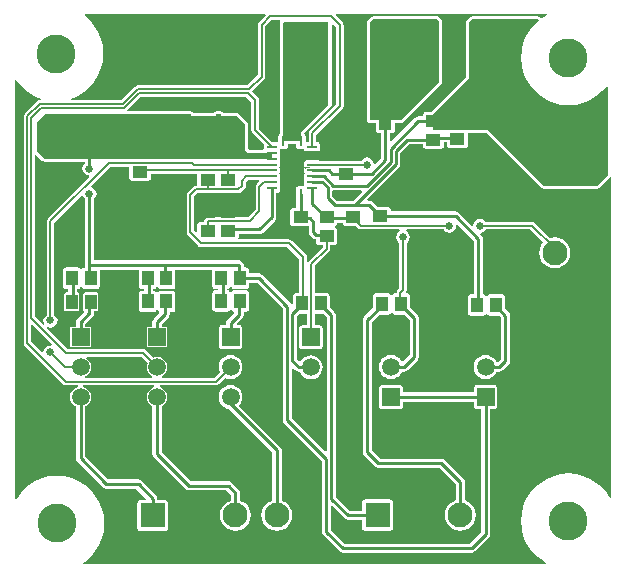
<source format=gtl>
G04 FAB 3000 Version 7.8.18 - Gerber/CAM Software*
G04 RS274-X Output*
%FSLAX44Y44*%
%MIA0B0*%
%MOMM*%
%SFA1.000000B1.000000*%

%IPPOS*%
%ADD10R,1.300000X1.000000*%
%ADD11R,1.000000X1.300000*%
%ADD12R,1.100000X1.700000*%
%ADD13R,1.200000X2.599990*%
%ADD14R,1.700000X1.100000*%
%ADD15R,2.050010X3.049980*%
%ADD16R,0.280010X0.850010*%
%ADD17R,0.850010X0.280010*%
%ADD18R,1.949980X3.199990*%
%ADD19C,0.254000*%
%ADD20C,0.127000*%
%ADD21C,3.299990*%
%ADD22C,2.100000*%
%ADD23R,2.100000X2.100000*%
%ADD24R,2.100000X2.100000*%
%ADD25R,1.500000X1.500000*%
%ADD26C,1.500000*%
%ADD27C,0.660400*%
%ADD28C,0.025400*%
%ADD30C,0.152400*%
%ADD31C,0.076200*%
%ADD32C,6.999990*%
%ADD33C,0.100000*%
%ADD34C,0.050800*%
%ADD35C,0.067690*%
%LNcartercharger_0*%
%LPD*%
G36*
X307847Y1008633D02*
G01X308101Y1007617D01*
X308609Y1006855D01*
X309371Y1006347D01*
X310387Y1006093D01*
X323341D01*
X324357Y1006347D01*
X325119Y1006855D01*
X325881Y1007617D01*
Y1008633D01*
Y1011427D01*
X355599D01*
X365251D01*
Y1001775D01*
X363981D01*
X362711Y1001521D01*
X361695Y1001013D01*
X357377Y996441D01*
X356615Y995425D01*
X356361Y994155D01*
Y962151D01*
X356615Y960881D01*
X357377Y959865D01*
X366267Y950721D01*
X367283Y950213D01*
X368553Y949959D01*
X441705D01*
X451611Y940053D01*
Y911097D01*
X448817D01*
X447801D01*
X447039Y910335D01*
X446531Y909573D01*
X446277Y908557D01*
Y901953D01*
X445007Y901445D01*
X444499Y902207D01*
X420369Y926337D01*
X419099Y927099D01*
X417575Y927607D01*
X409447D01*
Y930147D01*
X409193Y931163D01*
X408685Y931925D01*
X407923Y932433D01*
X406907Y932687D01*
X404875D01*
Y934719D01*
X404367Y935989D01*
X403605Y937259D01*
X402335Y938275D01*
X400811Y938529D01*
X278129D01*
Y990345D01*
X278383Y990599D01*
X279653Y992631D01*
X280161Y994917D01*
X279653Y997203D01*
X278383Y998981D01*
X276351Y1000251D01*
X276097Y1000505D01*
X275843Y1001775D01*
X291845Y1017777D01*
X307847D01*
Y1008633D01*
G37*
G36*
X570229Y1140967D02*
G01X569721Y1140459D01*
Y1088897D01*
X537971Y1057147D01*
X528827D01*
X528573Y1058671D01*
X527557Y1059941D01*
X526287Y1060703D01*
X524763Y1060957D01*
X523493Y1060703D01*
X522223Y1059941D01*
X521207Y1058671D01*
X520953Y1057147D01*
X511555D01*
Y1139443D01*
X511301Y1139697D01*
X514095Y1142491D01*
X568705D01*
X570229Y1140967D01*
G37*
G36*
X234187Y1022857D02*
G01X235203Y1022349D01*
X236219Y1022095D01*
X270255D01*
Y1020825D01*
X270001Y1020571D01*
X268731Y1018539D01*
X268223Y1016253D01*
X268731Y1013967D01*
X270001Y1012189D01*
X271779Y1010919D01*
X273557Y1010411D01*
X274065Y1009141D01*
X238759Y973835D01*
X238251Y972819D01*
X237997Y971549D01*
Y892555D01*
X236981Y891793D01*
X235711Y890015D01*
X235203Y887729D01*
X235711Y885443D01*
Y884935D01*
X234695Y884173D01*
X227837Y891285D01*
Y1027683D01*
X229107Y1027937D01*
X234187Y1022857D01*
G37*
G36*
X435863Y1140713D02*
G01X435609Y1139697D01*
Y1045971D01*
X434847Y1045463D01*
X434339Y1044701D01*
X434085Y1043685D01*
Y1039621D01*
X432815Y1038605D01*
X432561D01*
X429005D01*
X417575Y1050035D01*
Y1074165D01*
X417321Y1075435D01*
X416559Y1076451D01*
X411733Y1081277D01*
X422147Y1091691D01*
X422909Y1092707D01*
X423163Y1093977D01*
Y1136649D01*
X428497Y1141983D01*
X435101D01*
X435863Y1140713D01*
G37*
G36*
X242315Y867663D02*
G01X241553Y866393D01*
X241045Y866647D01*
X238759Y866139D01*
X236981Y864869D01*
X235711Y862837D01*
X235203Y861059D01*
X233933Y860551D01*
X224789Y869695D01*
Y883411D01*
X226059Y883919D01*
X242315Y867663D01*
G37*
G36*
X323341Y851661D02*
G01X322833Y850645D01*
X322579Y848359D01*
X322833Y845819D01*
X323595Y843787D01*
X325119Y842009D01*
X326897Y840485D01*
X327405D01*
X327151Y839215D01*
X270763D01*
X270509Y840485D01*
X271017D01*
X272795Y842009D01*
X274319Y843787D01*
X275081Y845819D01*
X275335Y848359D01*
X275081Y850645D01*
X274319Y852677D01*
X272795Y854455D01*
X271271Y855725D01*
X271779Y856995D01*
X318007D01*
X323341Y851661D01*
G37*
G36*
X504951Y996695D02*
G01X497331Y989075D01*
X483361D01*
X479551Y992885D01*
Y997457D01*
X480313Y997965D01*
X504443D01*
X504951Y996695D01*
G37*
G36*
X654557Y1141221D02*
G01X651255Y1138427D01*
X647191Y1133855D01*
X643889Y1128267D01*
X641603Y1122425D01*
X640079Y1116329D01*
X639571Y1110233D01*
X640079Y1103883D01*
X641603Y1097787D01*
X643889Y1091945D01*
X647191Y1086611D01*
X651255Y1081785D01*
X656081Y1077467D01*
X661415Y1074419D01*
X667257Y1071879D01*
X673607Y1070355D01*
X679703Y1069847D01*
X686053Y1070355D01*
X692149Y1071879D01*
X697991Y1074419D01*
X703325Y1077467D01*
X708151Y1081785D01*
X711707Y1085595D01*
X712977Y1085087D01*
Y1010919D01*
X703833Y1001775D01*
X658621D01*
X611631Y1048765D01*
X592581D01*
X592073Y1049019D01*
X579119D01*
X578611Y1048765D01*
X565657D01*
X565403Y1049019D01*
Y1052829D01*
X566927Y1053083D01*
X568197Y1053845D01*
X568959Y1055115D01*
X569213Y1056639D01*
X568959Y1058163D01*
X568197Y1059433D01*
X566927Y1060195D01*
X565403Y1060449D01*
Y1062735D01*
X595629Y1092961D01*
Y1140205D01*
X597915Y1142491D01*
X654049D01*
X654557Y1141221D01*
G37*
G36*
X474979Y890523D02*
G01Y777239D01*
X473709Y776731D01*
X445769Y804925D01*
Y846581D01*
X446785Y847089D01*
X448563Y845565D01*
X449833Y844549D01*
X451357Y844295D01*
X452119D01*
X452881Y842771D01*
X454405Y840739D01*
X456437Y839215D01*
X458977Y838199D01*
X461517Y837691D01*
X464311Y838199D01*
X466597Y839215D01*
X468883Y840739D01*
X470407Y842771D01*
X471423Y845311D01*
X471677Y847851D01*
X471423Y850391D01*
X470407Y852931D01*
X468883Y854963D01*
X466597Y856741D01*
X464311Y857757D01*
X461517Y858011D01*
X458977Y857757D01*
X456437Y856741D01*
X454405Y854963D01*
X453389Y853439D01*
X451611Y853185D01*
X450087Y854963D01*
Y891793D01*
X451357Y893063D01*
X458469D01*
Y883411D01*
X454151D01*
X453135Y883157D01*
X452373Y882649D01*
X451611Y881887D01*
Y880871D01*
Y865885D01*
Y864869D01*
X452373Y863853D01*
X453135Y863345D01*
X454151Y863091D01*
X469137D01*
X470153Y863345D01*
X470915Y863853D01*
X471423Y864869D01*
X471677Y865885D01*
Y880871D01*
X471423Y881887D01*
X470915Y882649D01*
X470153Y883157D01*
X469137Y883411D01*
X464819D01*
Y893063D01*
X472439D01*
X474979Y890523D01*
G37*
G36*
X213359Y1089913D02*
G01X217423Y1085087D01*
X222249Y1081023D01*
X227583Y1077721D01*
X233425Y1075435D01*
X233171Y1074165D01*
X232155D01*
X230885Y1073911D01*
X229869Y1073149D01*
X219201Y1062735D01*
X218693Y1061719D01*
X218439Y1060449D01*
Y868425D01*
X218693Y867155D01*
X219201Y866139D01*
X251713Y833627D01*
X252983Y832865D01*
X253999Y832611D01*
X264159D01*
Y831341D01*
X262127Y830579D01*
X260349Y829055D01*
X258825Y827277D01*
X258063Y825245D01*
X257809Y822959D01*
X258063Y820419D01*
X258825Y818387D01*
X260349Y816609D01*
X262127Y815085D01*
X262635Y814831D01*
Y770889D01*
X262889Y769365D01*
X263905Y768095D01*
X285749Y746251D01*
X286765Y745489D01*
X288289Y745235D01*
X313943D01*
X322325Y736853D01*
X321817Y735837D01*
X317499D01*
X316483Y735583D01*
X315467Y735075D01*
X314959Y734059D01*
X314705Y733043D01*
Y712215D01*
X314959Y711199D01*
X315467Y710183D01*
X316483Y709675D01*
X317499Y709421D01*
X338327D01*
X339343Y709675D01*
X340105Y710183D01*
X340867Y711199D01*
Y712215D01*
Y733043D01*
Y734059D01*
X340105Y735075D01*
X339343Y735583D01*
X338327Y735837D01*
X331723D01*
Y736853D01*
X331469Y738377D01*
X330707Y739647D01*
X318261Y751839D01*
X316991Y752601D01*
X315721Y753109D01*
X290067D01*
X270509Y772413D01*
Y814831D01*
X271017Y815085D01*
X272795Y816609D01*
X274319Y818387D01*
X275081Y820419D01*
X275335Y822959D01*
X275081Y825245D01*
X274319Y827277D01*
X272795Y829055D01*
X271017Y830579D01*
X268985Y831341D01*
Y832611D01*
X328929D01*
Y831341D01*
X326897Y830579D01*
X325119Y829055D01*
X323595Y827277D01*
X322833Y825245D01*
X322579Y822959D01*
X322833Y820419D01*
X323595Y818387D01*
X325119Y816609D01*
X326897Y815085D01*
X327405Y814831D01*
Y774699D01*
X327659Y773175D01*
X328675Y771905D01*
X355599Y744981D01*
X356869Y743965D01*
X358393Y743711D01*
X390143D01*
X393953Y739901D01*
Y735075D01*
X391413Y734059D01*
X388619Y732027D01*
X386587Y729233D01*
X385063Y725931D01*
X384809Y722629D01*
X385063Y719327D01*
X386587Y716025D01*
X388619Y713231D01*
X391413Y711199D01*
X394461Y709929D01*
X397763Y709421D01*
X401319Y709929D01*
X404367Y711199D01*
X407161Y713231D01*
X409193Y716025D01*
X410463Y719327D01*
X410971Y722629D01*
X410463Y725931D01*
X409193Y729233D01*
X407161Y732027D01*
X404367Y734059D01*
X401827Y735075D01*
Y741679D01*
X401573Y743203D01*
X400557Y744473D01*
X394715Y750315D01*
X393445Y751331D01*
X391921Y751585D01*
X359917D01*
X335279Y776223D01*
Y814831D01*
X335787Y815085D01*
X337565Y816609D01*
X339089Y818387D01*
X339851Y820419D01*
X340105Y822959D01*
X339851Y825245D01*
X339089Y827277D01*
X337565Y829055D01*
X335787Y830579D01*
X333755Y831341D01*
Y832611D01*
X381253D01*
X382523Y832865D01*
X383539Y833627D01*
X389127Y839215D01*
X390905Y838453D01*
X393699Y838199D01*
X396239Y838453D01*
X398525Y839469D01*
X400811Y840993D01*
X402335Y843279D01*
X403351Y845565D01*
X403605Y848359D01*
X403351Y850899D01*
X402335Y853185D01*
X400811Y855471D01*
X398525Y856995D01*
X396239Y858011D01*
X393699Y858265D01*
X390905Y858011D01*
X388619Y856995D01*
X386333Y855471D01*
X384809Y853185D01*
X383793Y850899D01*
X383539Y848359D01*
X383793Y845565D01*
X384555Y843787D01*
X379983Y839215D01*
X335533D01*
X335279Y840485D01*
X335787D01*
X337565Y842009D01*
X339089Y843787D01*
X339851Y845819D01*
X340105Y848359D01*
X339851Y850645D01*
X339089Y852677D01*
X337565Y854455D01*
X335787Y855979D01*
X333755Y856741D01*
X331469Y856995D01*
X328929Y856741D01*
X327913Y856233D01*
X321817Y862329D01*
X320801Y863091D01*
X319531Y863345D01*
X255777D01*
X237743Y881379D01*
X238505Y882395D01*
X238759Y882141D01*
X241045Y881633D01*
X243331Y882141D01*
X245363Y883411D01*
X246633Y885443D01*
X247141Y887729D01*
X246633Y890015D01*
X245363Y891793D01*
X244347Y892555D01*
Y970279D01*
X267461Y993139D01*
X268477Y992885D01*
X268731Y992631D01*
X270001Y990599D01*
X270255Y990345D01*
Y934465D01*
Y932687D01*
X270001D01*
X269239Y932433D01*
X268223Y931925D01*
X267715Y931163D01*
X267207D01*
X266445D01*
X265937Y931925D01*
X265175Y932433D01*
X264159Y932687D01*
X253999D01*
X253237Y932433D01*
X252221Y931925D01*
X251713Y931163D01*
X251459Y930147D01*
Y917193D01*
X251713Y916177D01*
X252221Y915415D01*
X253237Y914653D01*
X253999D01*
X256285D01*
Y911351D01*
X253999D01*
X253237Y910843D01*
X252729Y909827D01*
Y896873D01*
X253237Y895857D01*
X253999Y895603D01*
X264159D01*
X265175Y895857D01*
X265429Y896873D01*
Y909827D01*
X265175Y910843D01*
X264159Y911351D01*
X263905D01*
Y914653D01*
X264159D01*
X265175D01*
X265937Y915415D01*
X266445Y915923D01*
X267207Y916177D01*
X267715Y915923D01*
X268223Y915415D01*
X269239Y914653D01*
X270001D01*
X280161D01*
X281177D01*
X281939Y915415D01*
X282447Y916177D01*
X282701Y917193D01*
Y930147D01*
X283209Y930655D01*
X315213D01*
X315721Y930147D01*
Y917193D01*
X315975Y916177D01*
X316483Y915415D01*
X317499Y914653D01*
X318261D01*
X320547D01*
Y912875D01*
X318261D01*
X317499D01*
X316483Y912113D01*
X315975Y911351D01*
X315721Y910335D01*
Y897381D01*
X315975Y896365D01*
X316483Y895603D01*
X317499Y895095D01*
X318261Y894841D01*
X328421D01*
X329437Y895095D01*
X330199Y895603D01*
X330707Y896365D01*
X331469D01*
X331977D01*
X332485Y895603D01*
X332993Y895349D01*
X333247Y893825D01*
X328675Y888999D01*
X327659Y887729D01*
X327405Y886459D01*
Y882395D01*
X323849D01*
X322833Y882141D01*
X322579Y881125D01*
Y866139D01*
X322833Y865123D01*
X323849Y864869D01*
X338835D01*
X339851Y865123D01*
X340105Y866139D01*
Y881125D01*
X339851Y882141D01*
X338835Y882395D01*
X335279D01*
Y884681D01*
X341121Y890523D01*
X341883Y891793D01*
X342137Y893317D01*
Y894841D01*
X344423D01*
X345439Y895095D01*
X346201Y895603D01*
X346709Y896365D01*
X346963Y897381D01*
Y910335D01*
X346709Y911351D01*
X346201Y912113D01*
X345439Y912875D01*
X344423D01*
X334263D01*
X333501D01*
X332485Y912113D01*
X331977Y911351D01*
X331469D01*
X330707D01*
X330199Y912113D01*
X329437Y912875D01*
X328421D01*
X328167D01*
Y914653D01*
X328421D01*
X329437D01*
X330199Y915415D01*
X330707Y915923D01*
X331469Y916177D01*
X331977Y915923D01*
X332485Y915415D01*
X333501Y914653D01*
X334263D01*
X344423D01*
X345439D01*
X346201Y915415D01*
X346709Y916177D01*
X346963Y917193D01*
Y930147D01*
X347471Y930655D01*
X377697D01*
X378205Y930147D01*
Y917193D01*
X378459Y916177D01*
X378967Y915415D01*
X379983Y914653D01*
X380999D01*
X383031D01*
Y913129D01*
X380999D01*
X379983D01*
X378967Y912367D01*
X378459Y911605D01*
X378205Y910589D01*
Y897635D01*
X378459Y896619D01*
X378967Y895857D01*
X379983Y895349D01*
X380999Y895095D01*
X390905D01*
X391921Y895349D01*
X392683Y895857D01*
X393191Y896619D01*
X393953D01*
X394461D01*
X394969Y895857D01*
X395985Y895349D01*
X396493Y895095D01*
X396747Y894079D01*
Y893825D01*
X390905Y887729D01*
X389889Y886459D01*
X389635Y885189D01*
Y883665D01*
X386079D01*
X385063Y883411D01*
X384301Y882903D01*
X383793Y882141D01*
X383539Y881125D01*
Y866139D01*
X383793Y865123D01*
X384301Y864361D01*
X385063Y863853D01*
X386079Y863599D01*
X401065D01*
X402081Y863853D01*
X402843Y864361D01*
X403351Y865123D01*
X403605Y866139D01*
Y881125D01*
X403351Y882141D01*
X402843Y882903D01*
X402081Y883411D01*
X401065Y883665D01*
X399287D01*
X398779Y884935D01*
X403605Y889507D01*
X404367Y890777D01*
X404875Y892301D01*
Y895095D01*
X406907D01*
X407923Y895349D01*
X408685Y895857D01*
X409193Y896619D01*
X409447Y897635D01*
Y910589D01*
X409193Y911605D01*
X408685Y912367D01*
X407923Y913129D01*
X406907D01*
X396747D01*
X395985D01*
X394969Y912367D01*
X394461Y911605D01*
X393953D01*
X393191D01*
X392683Y912367D01*
X391921Y913129D01*
X390905D01*
X390651D01*
Y914653D01*
X390905D01*
X391921D01*
X392683Y915415D01*
X393191Y915923D01*
X393953Y916177D01*
X394461Y915923D01*
X394969Y915415D01*
X395985Y914653D01*
X396747D01*
X406907D01*
X407923D01*
X408685Y915415D01*
X409193Y916177D01*
X409447Y917193D01*
Y919733D01*
X416051D01*
X437895Y897889D01*
Y803147D01*
X438149Y801623D01*
X439165Y800353D01*
X470661Y768857D01*
Y708913D01*
X470915Y707389D01*
X471931Y706119D01*
X485901Y692149D01*
X487171Y691387D01*
X488695Y690879D01*
X597661D01*
X599185Y691387D01*
X600455Y692149D01*
X612139Y704087D01*
X613155Y705357D01*
X613409Y706627D01*
Y812799D01*
X616965D01*
X617981Y813053D01*
X618743Y813561D01*
X619251Y814323D01*
X619505Y815339D01*
Y830325D01*
X619251Y831341D01*
X618743Y832103D01*
X617981Y832611D01*
X616965Y832865D01*
X601979D01*
X600963Y832611D01*
X600201Y832103D01*
X599693Y831341D01*
X599439Y830325D01*
Y826769D01*
X539495D01*
Y830325D01*
X539241Y831341D01*
X538733Y832103D01*
X537971Y832611D01*
X536955Y832865D01*
X521969D01*
X520953Y832611D01*
X520191Y832103D01*
X519683Y831341D01*
X519429Y830325D01*
Y815339D01*
X519683Y814323D01*
X520191Y813561D01*
X520953Y813053D01*
X521969Y812799D01*
X536955D01*
X537971Y813053D01*
X538733Y813561D01*
X539241Y814323D01*
X539495Y815339D01*
Y818895D01*
X599439D01*
Y815339D01*
X599693Y814323D01*
X600201Y813561D01*
X600963Y813053D01*
X601979Y812799D01*
X605535D01*
Y708405D01*
X596137Y698753D01*
X490219D01*
X478535Y710437D01*
Y730249D01*
X479551Y730757D01*
X490219Y720089D01*
X491489Y719327D01*
X492759Y719073D01*
X504951D01*
Y712469D01*
X505205Y711453D01*
X505713Y710437D01*
X506729Y709929D01*
X507745Y709675D01*
X528573D01*
X529589Y709929D01*
X530351Y710437D01*
X531113Y711453D01*
Y712469D01*
Y733297D01*
Y734313D01*
X530351Y735329D01*
X529589Y735837D01*
X528573Y736091D01*
X507745D01*
X506729Y735837D01*
X505713Y735329D01*
X505205Y734313D01*
X504951Y733297D01*
Y726693D01*
X494537D01*
X482853Y738377D01*
Y892047D01*
X482345Y893571D01*
X481583Y894841D01*
X477519Y898905D01*
Y908557D01*
X477265Y909573D01*
X476757Y910335D01*
X475741Y911097D01*
X474979D01*
X464819D01*
Y933703D01*
X477265Y946149D01*
X477773Y947165D01*
X478027Y948435D01*
Y951483D01*
X481329D01*
X482345Y951737D01*
X483107Y952245D01*
X483869Y953007D01*
Y954023D01*
Y964183D01*
Y965199D01*
X483107Y965961D01*
X482345Y966469D01*
Y967231D01*
Y967739D01*
X483107Y968247D01*
X483869Y969009D01*
Y970025D01*
Y970279D01*
X488441D01*
Y970025D01*
X488695Y969009D01*
X489203Y968247D01*
X490219Y967739D01*
X491235Y967485D01*
X499617D01*
X501649Y965707D01*
X502665Y964945D01*
X503935Y964691D01*
X536447D01*
X536955Y963421D01*
X535431Y962405D01*
X534161Y960373D01*
X533653Y958087D01*
X534161Y955801D01*
X535431Y954023D01*
X536447Y953261D01*
Y914653D01*
X534923Y913129D01*
X534161Y912113D01*
X533907Y910843D01*
Y910589D01*
X533145D01*
X532129D01*
X531367Y909827D01*
X530859Y909319D01*
X530097Y909065D01*
X529335Y909319D01*
X528827Y909827D01*
X528065Y910589D01*
X527049D01*
X517143D01*
X516127D01*
X515365Y909827D01*
X514603Y909065D01*
Y908049D01*
Y898651D01*
X506729Y890523D01*
X505713Y889253D01*
X505459Y887983D01*
Y776223D01*
X505713Y774699D01*
X506729Y773429D01*
X515873Y764031D01*
X517143Y763269D01*
X518667Y763015D01*
X570483D01*
X584199Y749299D01*
Y735329D01*
X581659Y734313D01*
X578865Y732281D01*
X576833Y729487D01*
X575309Y726185D01*
X575055Y722883D01*
X575309Y719581D01*
X576833Y716279D01*
X578865Y713485D01*
X581659Y711453D01*
X584707Y710183D01*
X588009Y709675D01*
X591565Y710183D01*
X594613Y711453D01*
X597407Y713485D01*
X599439Y716279D01*
X600709Y719581D01*
X601217Y722883D01*
X600709Y726185D01*
X599439Y729487D01*
X597407Y732281D01*
X594613Y734313D01*
X592073Y735329D01*
Y750823D01*
X591819Y752347D01*
X590803Y753617D01*
X574801Y769619D01*
X573531Y770381D01*
X572007Y770635D01*
X520191D01*
X513333Y777747D01*
Y886205D01*
X519429Y892555D01*
X527049D01*
X528065Y892809D01*
X528827Y893317D01*
X529335Y894079D01*
X530097D01*
X530859D01*
X531367Y893317D01*
X532129Y892809D01*
X533145Y892555D01*
X540765D01*
X545337Y887983D01*
Y858265D01*
X539749Y852931D01*
X538225Y853185D01*
X536701Y855471D01*
X534415Y856995D01*
X532129Y858011D01*
X529589Y858265D01*
X526795Y858011D01*
X524509Y856995D01*
X522223Y855471D01*
X520699Y853185D01*
X519683Y850899D01*
X519429Y848359D01*
X519683Y845565D01*
X520699Y843279D01*
X522223Y840993D01*
X524509Y839469D01*
X526795Y838453D01*
X529589Y838199D01*
X532129Y838453D01*
X534415Y839469D01*
X536701Y840993D01*
X538225Y843279D01*
X538733Y844295D01*
X540765D01*
X542289Y844549D01*
X543559Y845565D01*
X551941Y853947D01*
X552703Y855217D01*
X552957Y856741D01*
Y889507D01*
X552703Y891031D01*
X551941Y892301D01*
X545591Y898651D01*
Y908049D01*
Y909065D01*
X544829Y909827D01*
X544067Y910589D01*
X543051D01*
X542543Y911859D01*
Y912113D01*
X542797Y913383D01*
Y953261D01*
X543813Y954023D01*
X545083Y955801D01*
X545591Y958087D01*
X545083Y960373D01*
X543813Y962405D01*
X542289Y963421D01*
X542797Y964691D01*
X574039D01*
X574547Y963675D01*
X576579Y962405D01*
X578865Y961897D01*
X581151Y962405D01*
X583183Y963675D01*
X584453Y965707D01*
X584707Y967993D01*
Y968247D01*
X585977Y968755D01*
X599439Y955293D01*
Y910081D01*
X597407D01*
X596391Y909827D01*
X595629Y909319D01*
X594867Y908303D01*
Y907287D01*
Y894333D01*
Y893317D01*
X595629Y892555D01*
X596391Y892047D01*
X597407Y891793D01*
X607313D01*
X608329Y892047D01*
X609091Y892555D01*
X609599Y893317D01*
X610361D01*
X611123D01*
X611631Y892555D01*
X612393Y892047D01*
X613409Y891793D01*
X621029D01*
X622553Y890269D01*
Y854963D01*
X620013Y852423D01*
X618489Y852677D01*
X618235Y853185D01*
X616711Y855471D01*
X614425Y856995D01*
X612139Y858011D01*
X609599Y858265D01*
X606805Y858011D01*
X604519Y856995D01*
X602233Y855471D01*
X600709Y853185D01*
X599693Y850899D01*
X599439Y848359D01*
X599693Y845565D01*
X600709Y843279D01*
X602233Y840993D01*
X604519Y839469D01*
X606805Y838453D01*
X609599Y838199D01*
X612139Y838453D01*
X614425Y839469D01*
X616711Y840993D01*
X618235Y843279D01*
X618743Y844295D01*
X621283D01*
X622807Y844549D01*
X624077Y845565D01*
X629157Y850645D01*
X629919Y851915D01*
X630173Y853439D01*
Y891793D01*
X629919Y893317D01*
X629157Y894587D01*
X625855Y897889D01*
Y907287D01*
Y908303D01*
X625093Y909319D01*
X624331Y909827D01*
X623315Y910081D01*
X613409D01*
X612393Y909827D01*
X611631Y909319D01*
X611123Y908557D01*
X610361Y908303D01*
X609599Y908557D01*
X609091Y909319D01*
X608329Y909827D01*
X607313Y910081D01*
Y956817D01*
X607059Y958341D01*
X606043Y959611D01*
X605027Y960627D01*
X605535Y961897D01*
X607313Y962405D01*
X609345Y963675D01*
X610107Y964691D01*
X647445D01*
X658367Y953769D01*
X656843Y951483D01*
X655319Y948181D01*
X655065Y944879D01*
X655319Y941577D01*
X656843Y938275D01*
X658875Y935481D01*
X661669Y933449D01*
X664717Y932179D01*
X668019Y931671D01*
X671575Y932179D01*
X674623Y933449D01*
X677417Y935481D01*
X679449Y938275D01*
X680719Y941577D01*
X681227Y944879D01*
X680719Y948181D01*
X679449Y951483D01*
X677417Y954277D01*
X674623Y956309D01*
X671575Y957579D01*
X668019Y958087D01*
X664717Y957579D01*
X663955Y957325D01*
X651255Y970279D01*
X649985Y970787D01*
X648969Y971041D01*
X610107D01*
X609345Y972057D01*
X607313Y973327D01*
X605027Y973835D01*
X602741Y973327D01*
X600963Y972057D01*
X599693Y970025D01*
X599185Y968247D01*
X597915Y967739D01*
X586993Y978915D01*
X585723Y979677D01*
X584199Y979931D01*
X529335D01*
Y981201D01*
X529081Y982217D01*
X528573Y982979D01*
X527557Y983487D01*
X526541Y983741D01*
X517905D01*
X513841Y987805D01*
X512571Y988821D01*
X511047Y989075D01*
X509777D01*
X509269Y990091D01*
X536193Y1017015D01*
X537209Y1018285D01*
X537463Y1019809D01*
Y1029715D01*
X544321Y1036827D01*
X556259D01*
Y1035557D01*
X556513Y1034541D01*
X557021Y1033779D01*
X557783Y1033271D01*
X558799Y1033017D01*
X571753D01*
X572769Y1033271D01*
X573785Y1033779D01*
X574293Y1034541D01*
X574547Y1035557D01*
Y1038605D01*
X576579D01*
Y1036319D01*
X576833Y1035303D01*
X577341Y1034541D01*
X578103Y1034033D01*
X579119Y1033779D01*
X592073D01*
X593089Y1034033D01*
X593851Y1034541D01*
X594613Y1035303D01*
Y1036319D01*
Y1046225D01*
X610615D01*
X656843Y999997D01*
X657605Y999489D01*
X658621Y999235D01*
X703833D01*
X704849Y999489D01*
X705611Y999997D01*
X714755Y1009141D01*
X716025Y1008887D01*
Y737615D01*
X714755Y737361D01*
X712215Y741425D01*
X708151Y746251D01*
X703325Y750315D01*
X697991Y753617D01*
X692149Y756157D01*
X686053Y757681D01*
X679703Y758189D01*
X673607Y757681D01*
X667257Y756157D01*
X661415Y753617D01*
X656081Y750315D01*
X651255Y746251D01*
X647191Y741425D01*
X643889Y736091D01*
X641603Y730249D01*
X640079Y724153D01*
X639571Y717803D01*
X640079Y711453D01*
X641603Y705357D01*
X643889Y699515D01*
X647191Y694181D01*
X651255Y689355D01*
X656081Y685291D01*
X660907Y682497D01*
X660653Y681227D01*
X268985D01*
X268477Y682243D01*
X270255Y683259D01*
X275081Y687323D01*
X279145Y692149D01*
X282447Y697737D01*
X284733Y703325D01*
X286257Y709675D01*
X286765Y715771D01*
X286257Y722121D01*
X284733Y728217D01*
X282447Y734059D01*
X279145Y739393D01*
X275081Y744219D01*
X270255Y748283D01*
X264667Y751585D01*
X259079Y754125D01*
X252729Y755649D01*
X246633Y756157D01*
X240283Y755649D01*
X234187Y754125D01*
X228345Y751585D01*
X223011Y748283D01*
X218185Y744219D01*
X214121Y739393D01*
X212343Y736853D01*
X211073Y737107D01*
Y1091183D01*
X212343Y1091437D01*
X213359Y1089913D01*
G37*
G36*
X661923Y1146047D02*
G01X661415D01*
X657605Y1143507D01*
X657097D01*
X656081Y1144015D01*
X655827D01*
Y1144269D01*
X655573Y1144523D01*
X655065Y1144777D01*
X654557D01*
X654049Y1145031D01*
X597915D01*
X596899Y1144777D01*
X596137Y1144269D01*
X593851Y1141983D01*
X593343Y1141221D01*
X593089Y1140205D01*
Y1093977D01*
X563625Y1064513D01*
X563371Y1064259D01*
X558799D01*
X557783Y1064005D01*
X557021Y1063497D01*
X556513Y1062735D01*
X556259Y1061719D01*
Y1060449D01*
X552703D01*
X551179Y1060195D01*
X549909Y1059433D01*
X529843Y1039367D01*
X528827Y1039875D01*
Y1045971D01*
X530351D01*
X531367Y1046225D01*
X532129Y1046733D01*
X532891Y1047749D01*
Y1048511D01*
Y1054607D01*
X537971D01*
X538987D01*
X539749Y1055369D01*
X571499Y1087119D01*
X572007Y1087881D01*
X572261Y1088897D01*
Y1139443D01*
X572515Y1139951D01*
X572769Y1140967D01*
X572515Y1141983D01*
X572007Y1142745D01*
X570483Y1144269D01*
X569721Y1144777D01*
X568705Y1145031D01*
X514095D01*
X513079Y1144777D01*
X512317Y1144269D01*
X509523Y1141475D01*
X509015Y1140713D01*
X508761Y1139697D01*
X509015Y1138681D01*
Y1138427D01*
Y1057147D01*
X509269Y1056131D01*
X509777Y1055369D01*
X510539Y1054607D01*
X511555D01*
X516889D01*
Y1048511D01*
Y1047749D01*
X517651Y1046733D01*
X518413Y1046225D01*
X519429Y1045971D01*
X520953D01*
Y1024889D01*
X516127Y1020317D01*
X514857Y1020571D01*
X514603Y1021841D01*
X513333Y1023873D01*
X511301Y1025143D01*
X509015Y1025651D01*
X506729Y1025143D01*
X504951Y1023873D01*
X504189Y1022857D01*
X468883D01*
X468121Y1023365D01*
X467105Y1023619D01*
X458723D01*
X457707Y1023365D01*
X456691Y1022857D01*
X456183Y1022095D01*
X455929Y1021079D01*
Y1020317D01*
X442975D01*
Y1014221D01*
X455929D01*
Y1013205D01*
X456183Y1012189D01*
X456437D01*
X456183Y1011935D01*
X455929Y1010919D01*
Y1008125D01*
X456183Y1007363D01*
X456437Y1007109D01*
X456183D01*
X455929Y1006093D01*
Y1003299D01*
X456183Y1002537D01*
X455929Y1002283D01*
X455421Y1001775D01*
X454913D01*
X454659D01*
X451865D01*
X450849Y1001521D01*
X449833Y1001013D01*
X449325Y1000251D01*
X449071Y999235D01*
Y990599D01*
X449325Y990091D01*
Y982725D01*
X446531D01*
X445515Y982471D01*
X444753Y981963D01*
X444245Y981201D01*
X443991Y980185D01*
Y970025D01*
X444245Y969009D01*
X444753Y968247D01*
X445515Y967739D01*
X446531Y967485D01*
X459739D01*
Y962405D01*
X459993Y960881D01*
X460755Y959611D01*
X463041Y957325D01*
X464311Y956563D01*
X465835Y956309D01*
Y954023D01*
X466089Y953007D01*
X466597Y952245D01*
X467359Y951737D01*
X468375Y951483D01*
X471677D01*
Y949705D01*
X459485Y937513D01*
X459231D01*
X458215Y937767D01*
Y941323D01*
X457961Y942593D01*
X457199Y943609D01*
X445515Y955293D01*
X444245Y956055D01*
X443229Y956309D01*
X401065D01*
X400303Y957579D01*
X400557Y958595D01*
Y960627D01*
X418083D01*
X419607Y961135D01*
X420877Y961897D01*
X431037Y972057D01*
X432053Y973327D01*
X432307Y974851D01*
Y995679D01*
X432561D01*
X433577Y995933D01*
X434593Y996441D01*
X435101Y997203D01*
X435355Y998219D01*
Y1001013D01*
X435101Y1002029D01*
X434847D01*
X435101Y1002283D01*
X435355Y1003299D01*
Y1006093D01*
X435101Y1007109D01*
X434847D01*
X435101Y1007363D01*
X435355Y1008125D01*
Y1010919D01*
X435101Y1011935D01*
X434847Y1012189D01*
X435101D01*
X435355Y1013205D01*
Y1015999D01*
X435101Y1017015D01*
X434847Y1017269D01*
X435101D01*
X435355Y1018285D01*
Y1021079D01*
X435101Y1022095D01*
X434847D01*
X435101Y1022349D01*
X435355Y1023365D01*
Y1026159D01*
X435101Y1026921D01*
X434847Y1027175D01*
X435101D01*
X435355Y1028191D01*
Y1030985D01*
X435101Y1031747D01*
X435355Y1032001D01*
X435863Y1032509D01*
X436371D01*
X436625D01*
X439419D01*
X440435Y1032763D01*
X441451Y1033271D01*
X441959Y1034033D01*
X442213Y1035049D01*
Y1036827D01*
X449071D01*
Y1035049D01*
X449325Y1034033D01*
X449833Y1033271D01*
X450849Y1032763D01*
X451865Y1032509D01*
X454659D01*
X454913D01*
X456183Y1032255D01*
X456691Y1031493D01*
X457707Y1030731D01*
X458723D01*
X467105D01*
X468121D01*
X468883Y1031493D01*
X469645Y1032255D01*
Y1033271D01*
Y1036065D01*
Y1037081D01*
X468883Y1037843D01*
X468121Y1038351D01*
X467105Y1038605D01*
X466089D01*
Y1044701D01*
X488441Y1067053D01*
X489203Y1068069D01*
X489457Y1069339D01*
Y1137665D01*
X489203Y1138935D01*
X488441Y1139951D01*
X482091Y1146301D01*
X482599Y1147317D01*
X661669D01*
X661923Y1146047D01*
G37*
G36*
X482853Y1136395D02*
G01Y1070609D01*
X460501Y1048511D01*
X459993Y1047495D01*
X459739Y1046225D01*
Y1038605D01*
X458723D01*
X458469D01*
X457199Y1039621D01*
Y1043685D01*
X456945Y1044701D01*
X456437Y1045463D01*
X456183Y1046479D01*
X478535Y1068577D01*
X479043Y1069339D01*
X479297Y1070355D01*
Y1138173D01*
X480313Y1138681D01*
X482853Y1136395D01*
G37*
G36*
X476503Y1070355D02*
G01X453135Y1046987D01*
Y1039367D01*
X438149D01*
Y1139697D01*
X438911Y1140459D01*
X476503D01*
Y1070355D01*
G37*
G36*
X417829Y1005331D02*
G01X415797Y1003045D01*
X415035Y1002029D01*
X414781Y1000759D01*
Y981201D01*
X408431Y974851D01*
X374395D01*
X373125Y974597D01*
X372109Y973835D01*
X371347Y972819D01*
X371093Y971549D01*
Y971295D01*
X367791D01*
X366775Y971041D01*
X366013Y970533D01*
X365505Y969517D01*
X365251Y968501D01*
Y962659D01*
X364235Y962151D01*
X362965Y963421D01*
Y992885D01*
X365505Y995425D01*
X400303D01*
X401573Y995679D01*
X402589Y996441D01*
X405637Y999235D01*
X406399Y1000505D01*
X406653Y1001521D01*
Y1004823D01*
X408177Y1006347D01*
X417321D01*
X417829Y1005331D01*
G37*
G36*
X411225Y1072895D02*
G01Y1048765D01*
X411479Y1047495D01*
X411987Y1046479D01*
X421639Y1036827D01*
Y1036065D01*
Y1033271D01*
X420369Y1032255D01*
X409701D01*
X408431Y1033525D01*
Y1053845D01*
X408177Y1054861D01*
X407669Y1055623D01*
X400811Y1062481D01*
X400049Y1062989D01*
X399033Y1063243D01*
X387857D01*
X387603D01*
X387349Y1063497D01*
Y1063751D01*
X387095Y1064005D01*
X386841D01*
Y1064259D01*
X386587D01*
X386333Y1064513D01*
X386079D01*
X385825Y1064767D01*
X385571D01*
X385317D01*
X381507D01*
X381253D01*
X380999D01*
X380745Y1064513D01*
X380491D01*
X380237Y1064259D01*
X379983D01*
Y1064005D01*
X379729D01*
X379475Y1063751D01*
Y1063497D01*
X379221Y1063243D01*
X378967D01*
X362457D01*
X362203D01*
X361949Y1063497D01*
Y1063751D01*
X361695Y1064005D01*
X361441D01*
Y1064259D01*
X361187D01*
X360933Y1064513D01*
X360679D01*
X360425Y1064767D01*
X360171D01*
X359917D01*
X306831D01*
X306323Y1066037D01*
X317499Y1077213D01*
X406907D01*
X411225Y1072895D01*
G37*
G36*
X423671Y1146301D02*
G01X417575Y1140205D01*
X416813Y1139189D01*
X416559Y1137919D01*
Y1095247D01*
X407923Y1086611D01*
X314959D01*
X313689Y1086357D01*
X312673Y1085595D01*
X300989Y1074165D01*
X258317D01*
Y1075435D01*
X264159Y1077721D01*
X269493Y1081023D01*
X274319Y1085087D01*
X278383Y1089913D01*
X281685Y1095247D01*
X283971Y1101089D01*
X285495Y1107439D01*
X286003Y1113535D01*
X285495Y1119885D01*
X283971Y1125981D01*
X281685Y1131823D01*
X278383Y1137157D01*
X274319Y1141983D01*
X269493Y1146047D01*
Y1146301D01*
X270001Y1147317D01*
X423163D01*
X423671Y1146301D01*
G37*
G36*
X385825Y1061465D02*
G01X386587Y1060957D01*
X387603Y1060703D01*
X399033D01*
X405891Y1053845D01*
Y1032255D01*
X408685Y1029715D01*
X428497D01*
Y1024635D01*
X236219D01*
X229361Y1031493D01*
Y1055369D01*
X236219Y1062227D01*
X359917D01*
X360425Y1061465D01*
X361187Y1060957D01*
X362203Y1060703D01*
X379221D01*
X380237Y1060957D01*
X380999Y1061465D01*
X381507Y1062227D01*
X385317D01*
X385825Y1061465D01*
G37*
%LNcartercharger_1*%
%LPC*%
G36*
X280161Y911351D02*
G01X270001D01*
X269239Y910843D01*
X268731Y909827D01*
Y896873D01*
X269239Y895857D01*
Y894587D01*
X263905Y888999D01*
X262889Y887729D01*
X262635Y886205D01*
Y882395D01*
X259079D01*
X258063Y882141D01*
X257809Y881125D01*
Y866139D01*
X258063Y865123D01*
X259079Y864869D01*
X274065D01*
X275081Y865123D01*
X275335Y866139D01*
Y881125D01*
X275081Y882141D01*
X274065Y882395D01*
X270509D01*
Y884681D01*
X276859Y891031D01*
X277621Y892301D01*
X278129Y893825D01*
Y895603D01*
X280161D01*
X281177Y895857D01*
X281431Y896873D01*
Y909827D01*
X281177Y910843D01*
X280161Y911351D01*
G37*
G36*
X393699Y832865D02*
G01X390905Y832611D01*
X388619Y831595D01*
X386333Y830071D01*
X384809Y827785D01*
X383793Y825499D01*
X383539Y822959D01*
X383793Y820165D01*
X384809Y817879D01*
X386333Y815593D01*
X388619Y814069D01*
X390905Y813053D01*
X392429Y812799D01*
X429005Y776223D01*
Y735075D01*
X426211Y734059D01*
X423671Y732027D01*
X421385Y729233D01*
X420115Y725931D01*
X419607Y722629D01*
X420115Y719327D01*
X421385Y716025D01*
X423671Y713231D01*
X426211Y711199D01*
X429513Y709929D01*
X432815Y709421D01*
X436371Y709929D01*
X439419Y711199D01*
X442213Y713231D01*
X444245Y716025D01*
X445515Y719327D01*
X446023Y722629D01*
X445515Y725931D01*
X444245Y729233D01*
X442213Y732027D01*
X439419Y734059D01*
X436879Y735075D01*
Y777747D01*
X436371Y779271D01*
X435609Y780541D01*
X400811Y815593D01*
X402335Y817879D01*
X403351Y820165D01*
X403605Y822959D01*
X403351Y825499D01*
X402335Y827785D01*
X400811Y830071D01*
X398525Y831595D01*
X396239Y832611D01*
X393699Y832865D01*
G37*
%LNcartercharger_2*%
%LPD*%
G54D11*
X453897Y902207D03*
G54D28*
X457453Y1017269D02*
G01X457707D01*
D02*
G01X457453D01*
D02*
G01X457707D01*
X458469D02*
G01X458215D01*
D02*
G01X458469D01*
D02*
G01X458215D01*
X458469D02*
G01X458723D01*
D02*
G01X458469D01*
D02*
G01X458723D01*
X457961D02*
G01X458215D01*
G54D19*
X446023Y893317D02*
G01X454913Y902207D01*
G54D28*
X455929Y1017269D02*
G01Y1017523D01*
X456945Y1017015D02*
G01Y1017269D01*
D02*
G01X456691D01*
D02*
G01X456945D01*
Y1017523D02*
G01Y1017269D01*
D02*
G01X457199D01*
X457453D02*
G01X457199D01*
D02*
G01X457453D01*
X456691D03*
X456437D03*
G54D15*
X445769D03*
G54D20*
X454913Y902207D02*
G01Y941323D01*
X443229Y953007D02*
G01X454913Y941323D01*
G54D28*
Y1017269D02*
G01X454659D01*
D02*
G01X454913D01*
X454659D02*
G01X454913D01*
X454405D02*
G01X454659D01*
X454913D03*
X455421D02*
G01Y1017523D01*
D02*
G01X455675Y1017269D01*
D02*
G01X455421D01*
X455675D02*
G01Y1017523D01*
G54D16*
X453135Y1039367D03*
Y994917D03*
G54D19*
Y974089D02*
G01Y994917D01*
G54D20*
D03*
G54D27*
X450341Y1027429D03*
X450849Y1017523D03*
X451103Y1007363D03*
G54D28*
X453897Y1017269D02*
G01X453643D01*
D02*
G01X453897D01*
X453643D02*
G01X453897D01*
X453643D02*
G01X453389D01*
D02*
G01X453643D01*
D02*
G01X453389D01*
Y1017523D02*
G01X453135D01*
X453389Y1017269D02*
G01Y1017523D01*
X453135Y1017269D02*
G01X453389D01*
X453897D02*
G01X454151D01*
D02*
G01X453897D01*
X454151Y1017015D02*
G01X454405D01*
D02*
G01Y1017269D01*
D02*
G01X454151D01*
D02*
G01X454405D01*
G54D19*
X446023Y853439D02*
G01X451357Y848359D01*
G54D28*
X452119Y1017269D02*
G01X452373D01*
D02*
G01X452119D01*
X451865D02*
G01X452119D01*
D02*
G01X451865D01*
X452627D02*
G01X452881D01*
X453135Y1017523D02*
G01Y1017269D01*
X452881D02*
G01X452627D01*
X452881Y1017523D02*
G01Y1017269D01*
X452627D02*
G01X452373D01*
D02*
G01X452627D01*
D02*
G01X452373D01*
X450595D03*
X450341Y1017523D02*
G01Y1017269D01*
D02*
G01Y1017523D01*
X451103Y1017269D03*
X451357D02*
G01Y1017523D01*
X451611Y1017269D02*
G01X451357D01*
D02*
G01X451611D01*
D02*
G01X451357D01*
X451611D02*
G01X451865D01*
X450849D03*
X448563D02*
G01Y1017523D01*
X448309Y1017269D02*
G01X448563D01*
D02*
G01X448309Y1017523D01*
X449071Y1017269D02*
G01Y1017523D01*
D02*
G01Y1017269D01*
X449325D02*
G01Y1017523D01*
D02*
G01Y1017269D01*
X449579D02*
G01Y1017523D01*
D02*
G01Y1017269D01*
X449833Y1017523D02*
G01Y1017269D01*
G54D19*
X446023Y853439D02*
G01Y893317D01*
G54D28*
X447039Y1017269D02*
G01X447293D01*
D02*
G01X447039D01*
D03*
X447293Y1017523D02*
G01Y1017269D01*
D02*
G01X447547D01*
D02*
G01X447801D01*
D02*
G01X447547D01*
D02*
G01X447801D01*
X448055D02*
G01Y1017523D01*
X448309D02*
G01Y1017269D01*
X447293Y1017015D02*
G01Y1017269D01*
G54D11*
X538225Y901699D03*
G54D19*
X537209D02*
G01X549147Y889507D01*
X529081Y1033017D02*
G01X552703Y1056639D01*
X520191Y976121D02*
G01X584199D01*
X529589Y848359D02*
G01X540765D01*
X518667Y766825D02*
G01X572007D01*
X529589Y822959D02*
G01X609599D01*
X533399Y1031239D02*
G01X542797Y1040637D01*
X488695Y694943D02*
G01X597661D01*
G54D20*
X503935Y967993D02*
G01X578865D01*
X537209Y910843D02*
G01X539749Y913383D01*
G54D27*
Y958087D03*
G54D19*
X338327Y893317D02*
G01Y903985D01*
X274065Y893825D02*
G01Y903477D01*
X331469Y886459D02*
G01X338327Y893317D01*
X266699Y886205D02*
G01X274065Y893825D01*
G54D20*
X221487Y868425D02*
G01Y1060449D01*
X224535Y889761D02*
G01Y1059179D01*
X241045Y887729D02*
G01Y971549D01*
G54D19*
X400811Y923543D02*
G01X417575D01*
X393699Y817117D02*
G01X432815Y777747D01*
X391413Y964691D02*
G01X418083D01*
X417575Y923543D02*
G01X441705Y899413D01*
G54D20*
X391159Y1014729D02*
G01X428497D01*
X406907Y1009649D02*
G01X428497D01*
X409955Y971549D02*
G01X418083Y979931D01*
X414273Y1048765D02*
G01X428497Y1034541D01*
X409447Y1083309D02*
G01X419861Y1093977D01*
G54D19*
X266699Y873759D02*
G01Y886205D01*
Y770889D02*
G01Y822959D01*
Y770889D02*
G01X288289Y749045D01*
G54D25*
X266699Y873759D03*
G54D26*
Y848359D03*
Y822959D03*
G54D27*
X241045Y887729D03*
Y860551D03*
G54D21*
X246633Y715771D03*
G54D20*
X266445Y848359D02*
G01X266699D01*
X253491D02*
G01X266445D01*
X241045Y860551D02*
G01X253491Y848359D01*
X224535Y889761D02*
G01X254253Y860043D01*
X221487Y868425D02*
G01X253999Y835913D01*
G54D19*
X288289Y749045D02*
G01X315721D01*
G54D20*
X254253Y860043D02*
G01X319531D01*
G54D19*
X327913Y722629D02*
G01Y736853D01*
X315721Y749045D02*
G01X327913Y736853D01*
X331469Y873759D02*
G01Y886459D01*
Y774699D02*
G01Y822959D01*
Y774699D02*
G01X358393Y747521D01*
G54D20*
X319531Y860043D02*
G01X331469Y848359D01*
G54D24*
X327913Y722629D03*
G54D25*
X331469Y873759D03*
G54D26*
Y848359D03*
Y822959D03*
G54D22*
X362965Y722629D03*
G54D10*
X497585Y975105D03*
Y959103D03*
G54D12*
X497839Y1057147D03*
G54D19*
X490981Y1011681D02*
G01X513079D01*
X474979Y974089D02*
G01X497585D01*
X480313Y1001775D02*
G01X509523D01*
X492759Y722883D02*
G01X518159D01*
X498855Y985011D02*
G01X533399Y1019809D01*
X481837Y985011D02*
G01X498855D01*
D02*
G01X511047D01*
G54D20*
X462787Y1019555D02*
G01X509015D01*
X497585Y974089D02*
G01X503935Y967993D01*
G54D19*
X274319Y934719D02*
G01X338581D01*
G54D20*
X302259Y1070863D02*
G01X314959Y1083309D01*
X303529Y1067815D02*
G01X316229Y1080261D01*
X233425Y1067815D02*
G01X303529D01*
X290575Y1021079D02*
G01X361187D01*
G54D11*
X618489Y900937D03*
G54D19*
X617473D02*
G01X626363Y891793D01*
X609599Y848359D02*
G01X621283D01*
G54D20*
X605027Y967993D02*
G01X648969D01*
G54D19*
X626363Y853439D02*
G01Y891793D01*
X621283Y848359D02*
G01X626363Y853439D01*
G54D23*
X668019Y1014983D03*
G54D22*
Y979931D03*
Y944879D03*
Y909827D03*
G54D21*
X679703Y717803D03*
Y1110233D03*
G54D20*
X648969Y967993D02*
G01X668019Y948689D01*
Y944879D02*
G01Y948689D01*
G54D11*
X323341Y923543D03*
X339343D03*
Y903985D03*
X323341D03*
G54D19*
X338327Y923543D02*
G01Y934465D01*
X324357Y903985D02*
G01Y923543D01*
G54D20*
X374395Y964691D02*
G01Y971549D01*
X363981Y998727D02*
G01X374395D01*
X359663Y962151D02*
G01X368553Y953007D01*
G54D27*
X374395Y991615D03*
Y978661D03*
G54D20*
X359663Y962151D02*
G01Y994155D01*
D02*
G01X363981Y998727D01*
G54D19*
X338327Y934465D02*
G01X338581Y934719D01*
G54D20*
X374395Y998727D02*
G01Y1005585D01*
G54D10*
X316991Y1013713D03*
Y1029715D03*
G54D14*
X370839Y1041653D03*
Y1068831D03*
G54D19*
X316991Y1013713D02*
G01X317753Y1014729D01*
G54D20*
X361187Y1021079D02*
G01X362457Y1019555D01*
G54D27*
X370839Y1068831D03*
X344931Y1071117D03*
X331215Y1070863D03*
X317499D03*
G54D20*
X374395Y1005585D03*
X317753Y1014729D02*
G01X355599D01*
D03*
G54D19*
X428497Y974851D02*
G01Y999743D01*
X418083Y964691D02*
G01X428497Y974851D01*
G54D20*
X419861Y1093977D02*
G01Y1137919D01*
D02*
G01X427227Y1145031D01*
X421893Y1004569D02*
G01X428497D01*
X418083Y1000759D02*
G01X421893Y1004569D01*
X418083Y979931D02*
G01Y1000759D01*
G54D17*
X428497Y999743D03*
Y1004569D03*
Y1009649D03*
Y1014729D03*
Y1019555D03*
Y1024635D03*
Y1029715D03*
Y1034541D03*
G54D19*
X432815Y722629D02*
G01Y777747D01*
G54D22*
Y722629D03*
G54D16*
X438149Y994917D03*
Y1039367D03*
G54D27*
X439927Y1027683D03*
X439673Y1017777D03*
G54D28*
X445769Y1017523D02*
G01Y1017269D01*
X446023D03*
X446277Y1017015D02*
G01Y1017269D01*
X446531D02*
G01Y1017015D01*
Y1017269D03*
X446785D03*
X445769D02*
G01Y1017523D01*
G54D27*
X439673Y1007871D03*
G54D19*
X441705Y803147D02*
G01Y899413D01*
X397763Y722629D02*
G01Y741679D01*
X391921Y747521D02*
G01X397763Y741679D01*
X393699Y817117D02*
G01Y822959D01*
Y885189D02*
G01X400811Y892301D01*
G54D22*
X397763Y722629D03*
G54D25*
X393699Y873759D03*
G54D26*
Y848359D03*
Y822959D03*
G54D20*
X381253Y835913D02*
G01X393699Y848359D01*
G54D19*
Y873759D02*
G01Y885189D01*
X400811Y892301D02*
G01Y904239D01*
G54D11*
X469899Y902207D03*
G54D19*
X468883D02*
G01X478789Y892047D01*
Y736853D02*
G01Y892047D01*
X474471Y708913D02*
G01Y770381D01*
Y708913D02*
G01X488695Y694943D01*
X461263Y848359D02*
G01X461517Y847851D01*
X478789Y736853D02*
G01X492759Y722883D01*
G54D20*
X461517Y873251D02*
G01Y935227D01*
G54D22*
X553211Y722883D03*
X588009D03*
G54D26*
X609599Y848359D03*
G54D25*
Y822959D03*
G54D19*
X597661Y694943D02*
G01X609599Y706627D01*
D02*
G01Y822959D01*
X588009Y722883D02*
G01Y750823D01*
X572007Y766825D02*
G01X588009Y750823D01*
X540765Y848359D02*
G01X549147Y856741D01*
G54D26*
X609599Y873759D03*
G54D19*
X549147Y856741D02*
G01Y889507D01*
G54D20*
X462787Y1034541D02*
G01Y1046225D01*
X478535Y1145031D02*
G01X486155Y1137665D01*
Y1069339D02*
G01Y1137665D01*
X462787Y1046225D02*
G01X486155Y1069339D01*
G54D10*
X474979Y959103D03*
G54D19*
X465835Y960119D02*
G01X474979D01*
X460755Y974089D02*
G01X463549Y971295D01*
G54D20*
X461517Y935227D02*
G01X474979Y948435D01*
D02*
G01Y960119D01*
G54D19*
X463549Y962405D02*
G01X465835Y960119D01*
X463549Y962405D02*
G01Y971295D01*
G54D10*
X474979Y975105D03*
G54D19*
X462787Y986027D02*
G01X474979Y974089D01*
G54D11*
X522223Y901699D03*
G54D20*
X537209D02*
G01Y910843D01*
G54D26*
X529589Y873759D03*
Y848359D03*
G54D25*
Y822959D03*
G54D24*
X518159Y722883D03*
G54D19*
X509269Y776223D02*
G01X518667Y766825D01*
X509269Y776223D02*
G01Y887983D01*
D02*
G01X523239Y901699D01*
G54D10*
X520191Y960119D03*
Y976121D03*
G54D12*
X524763Y1057147D03*
G54D27*
X509015Y1019555D03*
G54D20*
X507745Y1021079D02*
G01X509015Y1019555D01*
G54D19*
X513079Y1011681D02*
G01X524763Y1023365D01*
X533399Y1019809D02*
G01Y1031239D01*
X511047Y985011D02*
G01X520191Y976121D01*
X529081Y1021587D02*
G01Y1033017D01*
X509523Y1001775D02*
G01X529081Y1021587D01*
X524763Y1023365D02*
G01Y1057147D01*
G54D18*
Y1106169D03*
G54D26*
X461517Y822451D03*
Y847851D03*
G54D25*
Y873251D03*
G54D19*
X441705Y803147D02*
G01X474471Y770381D01*
X451357Y848359D02*
G01X461263D01*
G54D10*
X453135Y959103D03*
X391413Y963675D03*
Y979677D03*
G54D11*
X385825Y923543D03*
G54D19*
X386841Y904239D02*
G01Y923543D01*
G54D27*
X391413Y978661D03*
G54D19*
X400811Y923543D02*
G01Y934719D01*
G54D11*
X385825Y904239D03*
X401827D03*
Y923543D03*
G54D10*
X391413Y990599D03*
G54D27*
Y991615D03*
G54D10*
Y1006601D03*
G54D20*
X391159Y1014729D02*
G01X391413Y1014475D01*
Y1006601D02*
G01Y1014475D01*
X403351Y1006093D02*
G01X406907Y1009649D01*
X403351Y1001521D02*
G01Y1006093D01*
X400303Y998727D02*
G01X403351Y1001521D01*
X414273Y1048765D02*
G01Y1074165D01*
X408177Y1080261D02*
G01X414273Y1074165D01*
G54D27*
X396239Y1068831D03*
G54D14*
D03*
Y1041653D03*
G54D11*
X259079Y923543D03*
G54D27*
X274065Y994917D03*
G54D19*
Y934465D02*
G01Y994917D01*
Y934465D02*
G01X274319Y934719D01*
X260095Y903477D02*
G01Y923543D01*
X274065D02*
G01Y934465D01*
G54D11*
X259079Y903477D03*
X275081D03*
Y923543D03*
G54D20*
X241045Y971549D02*
G01X290575Y1021079D01*
G54D22*
X246379Y1006855D03*
G54D27*
X274065Y1016253D03*
G54D21*
X245871Y1113535D03*
G54D23*
X246379Y1041907D03*
G54D20*
X224535Y1059179D02*
G01X233425Y1067815D01*
X221487Y1060449D02*
G01X232155Y1070863D01*
D02*
G01X302259D01*
G54D19*
X274065Y1016253D02*
G01Y1030731D01*
X584199Y976121D02*
G01X603249Y956817D01*
G54D27*
X578865Y967993D03*
X605027D03*
G54D20*
X539749Y913383D02*
G01Y958087D01*
G54D19*
X603249Y900937D02*
G01Y956817D01*
G54D11*
X602487Y900937D03*
G54D10*
X585723Y1041399D03*
G54D19*
X565403Y1040637D02*
G01X567181Y1042415D01*
X542797Y1040637D02*
G01X565403D01*
X552703Y1056639D02*
G01X565403D01*
X567181Y1042415D02*
G01X585723D01*
G54D14*
X605789Y1058163D03*
Y1031239D03*
G54D13*
Y1106423D03*
X561847D03*
G54D10*
X565403Y1056639D03*
Y1040637D03*
X585723Y1057401D03*
G54D17*
X462787Y1014729D03*
Y1009649D03*
Y1004569D03*
Y999743D03*
G54D19*
X453135Y974089D02*
G01X460755D01*
G54D28*
X459231Y1017269D02*
G01X459485D01*
X458977D02*
G01X459231D01*
X458977D02*
G01X458723D01*
D02*
G01X458977D01*
D02*
G01X458723D01*
G54D17*
X462787Y1019555D03*
Y1024635D03*
Y1029715D03*
Y1034541D03*
G54D10*
X453135Y975105D03*
G54D18*
X466343Y1106169D03*
G54D20*
X427227Y1145031D02*
G01X478535D01*
G54D19*
X462787Y986027D02*
G01Y999743D01*
Y1004569D02*
G01X471423D01*
G54D28*
X459739Y1017269D02*
G01X459993D01*
D02*
G01X459739D01*
X459993Y1017523D02*
G01Y1017269D01*
X459739D02*
G01X459485D01*
D02*
G01X459739D01*
D02*
G01X459485D01*
G54D19*
X462787Y1009649D02*
G01X472439D01*
X475741Y991361D02*
G01Y1000251D01*
X471423Y1004569D02*
G01X475741Y1000251D01*
X462787Y1014729D02*
G01X476757D01*
X472439Y1009649D02*
G01X480313Y1001775D01*
X475741Y991361D02*
G01X481837Y985011D01*
X476757Y1014729D02*
G01X479805Y1011681D01*
G54D10*
X490981Y1027683D03*
G54D19*
X479805Y1011681D02*
G01X490981D01*
G54D10*
D03*
G54D20*
X253999Y835913D02*
G01X381253D01*
G54D19*
X338581Y934719D02*
G01X400811D01*
X358393Y747521D02*
G01X391921D01*
G54D20*
X362457Y1019555D02*
G01X428497D01*
X368553Y953007D02*
G01X443229D01*
X374395Y971549D02*
G01X409955D01*
X374395Y998727D02*
G01X400303D01*
X355599Y1014729D02*
G01X391159D01*
X316229Y1080261D02*
G01X408177D01*
X314959Y1083309D02*
G01X409447D01*
G54D10*
X374395Y1006601D03*
Y990599D03*
Y979677D03*
Y963675D03*
M02*
</source>
